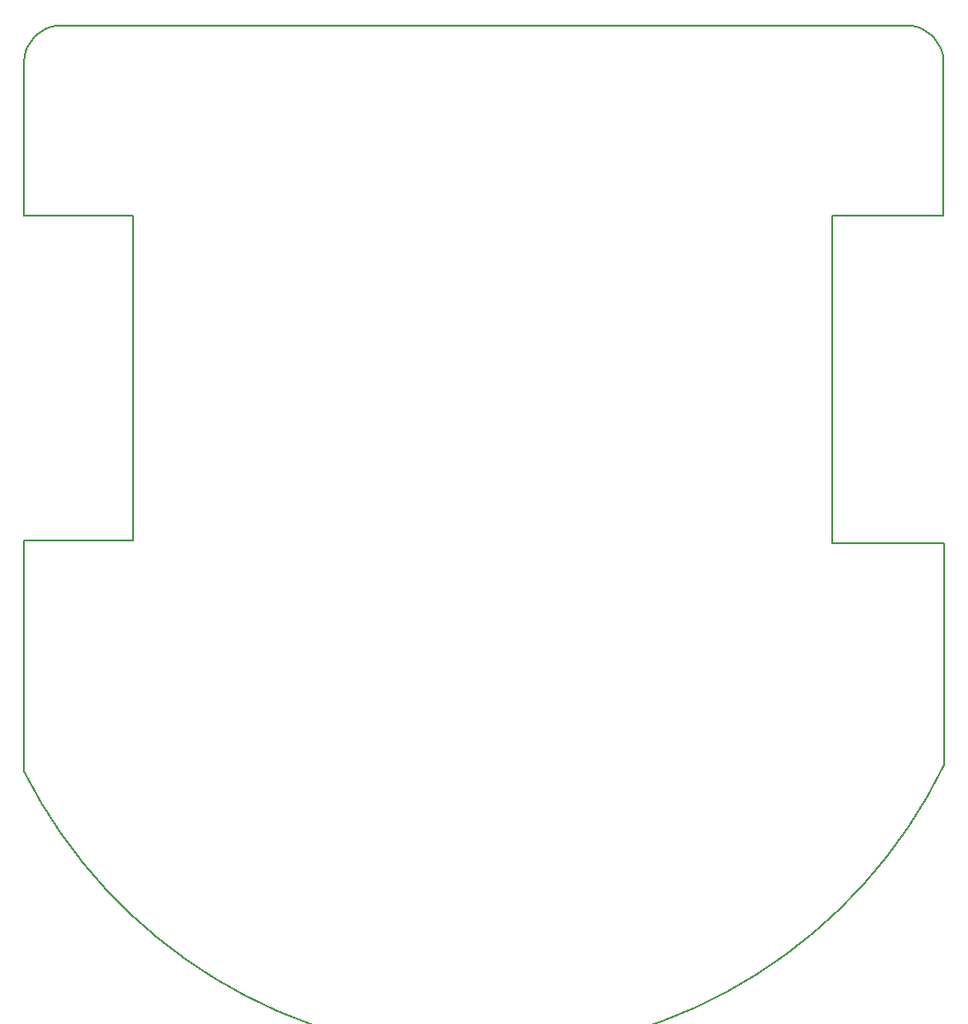
<source format=gm1>
G04 #@! TF.GenerationSoftware,KiCad,Pcbnew,(5.1.7)-1*
G04 #@! TF.CreationDate,2021-05-02T01:51:04-07:00*
G04 #@! TF.ProjectId,mouse_v2,6d6f7573-655f-4763-922e-6b696361645f,rev?*
G04 #@! TF.SameCoordinates,Original*
G04 #@! TF.FileFunction,Profile,NP*
%FSLAX46Y46*%
G04 Gerber Fmt 4.6, Leading zero omitted, Abs format (unit mm)*
G04 Created by KiCad (PCBNEW (5.1.7)-1) date 2021-05-02 01:51:04*
%MOMM*%
%LPD*%
G01*
G04 APERTURE LIST*
G04 #@! TA.AperFunction,Profile*
%ADD10C,0.150000*%
G04 #@! TD*
G04 APERTURE END LIST*
D10*
X202570805Y-122880473D02*
X202562460Y-102412800D01*
X117662960Y-123477020D02*
X117652800Y-102158800D01*
X117667417Y-58036462D02*
G75*
G02*
X120972580Y-54653180I3371202J12703D01*
G01*
X199156316Y-54647889D02*
G75*
G02*
X202521820Y-57980580I-5075J-3370790D01*
G01*
X117678200Y-72212200D02*
X117668040Y-58036460D01*
X202514200Y-72212200D02*
X202521820Y-57980580D01*
X117678200Y-72212200D02*
X127711200Y-72212200D01*
X192227200Y-72212200D02*
X202514200Y-72212200D01*
X202562460Y-102412800D02*
X192227200Y-102412800D01*
X117652800Y-102158800D02*
X127711200Y-102158800D01*
X202570804Y-122880472D02*
G75*
G02*
X117662960Y-123477020I-42601604J20721672D01*
G01*
X192227200Y-72212200D02*
X192227200Y-102412800D01*
X120972580Y-54653180D02*
X199156320Y-54645560D01*
X127711200Y-102158800D02*
X127711200Y-72212200D01*
M02*

</source>
